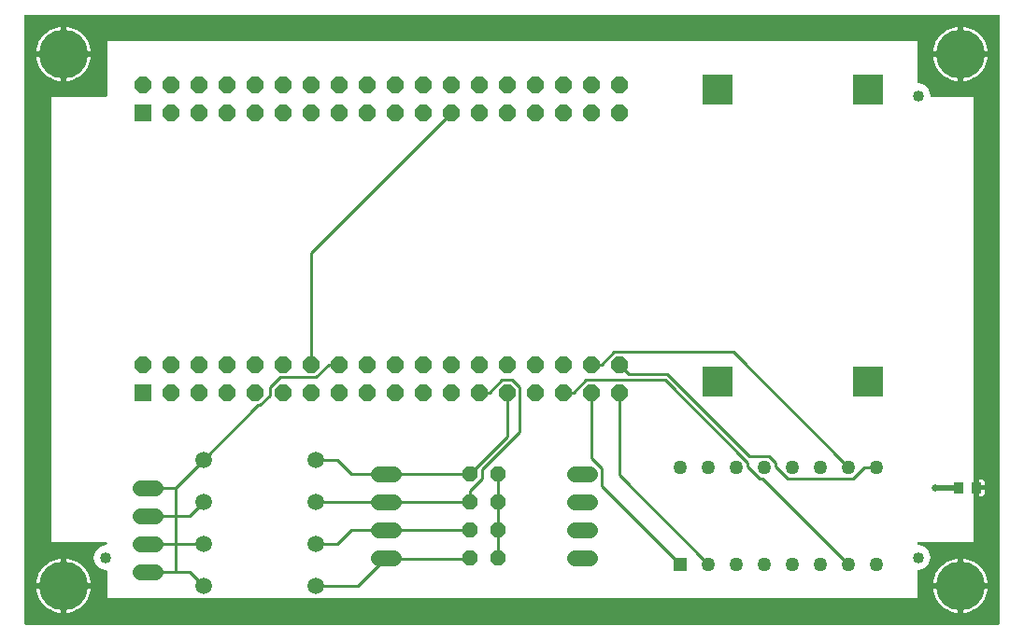
<source format=gbr>
G04 EAGLE Gerber RS-274X export*
G75*
%MOIN*%
%FSLAX34Y34*%
%LPD*%
%INTop Copper*%
%IPPOS*%
%AMOC8*
5,1,8,0,0,1.08239X$1,22.5*%
G01*
%ADD10R,0.110236X0.110236*%
%ADD11R,0.060000X0.060000*%
%ADD12P,0.064943X8X22.500000*%
%ADD13R,0.049606X0.049606*%
%ADD14C,0.049606*%
%ADD15C,0.056000*%
%ADD16P,0.060614X8X112.500000*%
%ADD17C,0.059055*%
%ADD18C,0.175000*%
%ADD19C,0.040000*%
%ADD20R,0.037400X0.040600*%
%ADD21C,0.010000*%
%ADD22C,0.020000*%
%ADD23C,0.025780*%

G36*
X34899Y21855D02*
X34899Y21855D01*
X34898Y21860D01*
X34898Y21861D01*
X34898Y21862D01*
X34896Y21867D01*
X34894Y21872D01*
X34894Y21873D01*
X34893Y21874D01*
X34890Y21878D01*
X34887Y21882D01*
X34886Y21883D01*
X34886Y21884D01*
X34882Y21887D01*
X34878Y21890D01*
X34877Y21891D01*
X34876Y21892D01*
X34872Y21894D01*
X34867Y21896D01*
X34866Y21896D01*
X34865Y21897D01*
X34853Y21899D01*
X34851Y21899D01*
X34850Y21899D01*
X150Y21899D01*
X145Y21899D01*
X140Y21898D01*
X139Y21898D01*
X138Y21898D01*
X133Y21896D01*
X128Y21894D01*
X127Y21894D01*
X126Y21893D01*
X122Y21890D01*
X118Y21887D01*
X117Y21886D01*
X116Y21886D01*
X113Y21882D01*
X110Y21878D01*
X109Y21877D01*
X108Y21876D01*
X106Y21872D01*
X104Y21867D01*
X104Y21866D01*
X103Y21865D01*
X101Y21853D01*
X101Y21851D01*
X101Y21850D01*
X101Y150D01*
X101Y145D01*
X102Y140D01*
X102Y139D01*
X102Y138D01*
X104Y133D01*
X106Y128D01*
X106Y127D01*
X107Y126D01*
X110Y122D01*
X113Y118D01*
X114Y117D01*
X114Y116D01*
X118Y113D01*
X122Y110D01*
X123Y109D01*
X124Y108D01*
X128Y106D01*
X133Y104D01*
X134Y104D01*
X135Y103D01*
X147Y101D01*
X149Y101D01*
X150Y101D01*
X34850Y101D01*
X34855Y101D01*
X34860Y102D01*
X34861Y102D01*
X34862Y102D01*
X34867Y104D01*
X34872Y106D01*
X34873Y106D01*
X34874Y107D01*
X34878Y110D01*
X34882Y113D01*
X34883Y114D01*
X34884Y114D01*
X34887Y118D01*
X34890Y122D01*
X34891Y123D01*
X34892Y124D01*
X34894Y128D01*
X34896Y133D01*
X34896Y134D01*
X34897Y135D01*
X34899Y147D01*
X34899Y149D01*
X34899Y150D01*
X34899Y21850D01*
X34899Y21855D01*
G37*
%LPC*%
G36*
X3000Y18951D02*
X3000Y18951D01*
X3005Y18951D01*
X3010Y18952D01*
X3011Y18952D01*
X3012Y18952D01*
X3017Y18954D01*
X3022Y18956D01*
X3023Y18956D01*
X3024Y18957D01*
X3028Y18960D01*
X3032Y18963D01*
X3033Y18964D01*
X3034Y18964D01*
X3037Y18968D01*
X3040Y18972D01*
X3041Y18973D01*
X3042Y18974D01*
X3044Y18978D01*
X3046Y18983D01*
X3046Y18984D01*
X3047Y18985D01*
X3049Y18997D01*
X3049Y18999D01*
X3049Y19000D01*
X3049Y20951D01*
X31951Y20951D01*
X31951Y19487D01*
X31951Y19483D01*
X31952Y19478D01*
X31952Y19476D01*
X31952Y19475D01*
X31954Y19471D01*
X31956Y19466D01*
X31956Y19465D01*
X31957Y19463D01*
X31960Y19460D01*
X31962Y19456D01*
X31963Y19455D01*
X31964Y19453D01*
X31968Y19450D01*
X31971Y19447D01*
X31972Y19447D01*
X31974Y19446D01*
X31985Y19440D01*
X31986Y19440D01*
X31987Y19440D01*
X32218Y19378D01*
X32378Y19218D01*
X32440Y18987D01*
X32442Y18983D01*
X32443Y18978D01*
X32444Y18977D01*
X32444Y18976D01*
X32447Y18972D01*
X32450Y18968D01*
X32451Y18967D01*
X32452Y18966D01*
X32456Y18963D01*
X32459Y18960D01*
X32460Y18959D01*
X32462Y18958D01*
X32466Y18956D01*
X32470Y18954D01*
X32471Y18954D01*
X32473Y18953D01*
X32485Y18951D01*
X32486Y18951D01*
X32487Y18951D01*
X33951Y18951D01*
X33951Y5353D01*
X33951Y5348D01*
X33952Y5343D01*
X33952Y5342D01*
X33952Y5341D01*
X33954Y5336D01*
X33956Y5331D01*
X33956Y5330D01*
X33957Y5329D01*
X33960Y5325D01*
X33963Y5321D01*
X33964Y5320D01*
X33964Y5319D01*
X33968Y5316D01*
X33972Y5313D01*
X33972Y5312D01*
X33972Y5044D01*
X33973Y5039D01*
X33973Y5034D01*
X33974Y5032D01*
X33974Y5031D01*
X33976Y5027D01*
X33977Y5022D01*
X33978Y5021D01*
X33978Y5020D01*
X33981Y5016D01*
X33984Y5012D01*
X33985Y5011D01*
X33986Y5010D01*
X33990Y5006D01*
X33993Y5003D01*
X33994Y5003D01*
X33995Y5002D01*
X33999Y5000D01*
X33998Y5000D01*
X33994Y4997D01*
X33990Y4994D01*
X33989Y4993D01*
X33988Y4992D01*
X33984Y4988D01*
X33981Y4985D01*
X33981Y4984D01*
X33980Y4983D01*
X33978Y4978D01*
X33975Y4974D01*
X33975Y4973D01*
X33975Y4971D01*
X33972Y4959D01*
X33972Y4958D01*
X33972Y4956D01*
X33972Y4687D01*
X33968Y4684D01*
X33967Y4683D01*
X33966Y4683D01*
X33963Y4679D01*
X33960Y4675D01*
X33959Y4674D01*
X33958Y4673D01*
X33956Y4669D01*
X33954Y4664D01*
X33954Y4663D01*
X33953Y4662D01*
X33951Y4650D01*
X33951Y4648D01*
X33951Y4647D01*
X33951Y3049D01*
X32000Y3049D01*
X31995Y3049D01*
X31990Y3048D01*
X31989Y3048D01*
X31988Y3048D01*
X31983Y3046D01*
X31978Y3044D01*
X31977Y3044D01*
X31976Y3043D01*
X31972Y3040D01*
X31968Y3037D01*
X31967Y3036D01*
X31966Y3036D01*
X31963Y3032D01*
X31960Y3028D01*
X31959Y3027D01*
X31958Y3026D01*
X31956Y3022D01*
X31954Y3017D01*
X31954Y3016D01*
X31953Y3015D01*
X31951Y3003D01*
X31951Y3001D01*
X31951Y3000D01*
X31951Y2987D01*
X31951Y2983D01*
X31952Y2978D01*
X31952Y2976D01*
X31952Y2975D01*
X31954Y2971D01*
X31956Y2966D01*
X31956Y2965D01*
X31957Y2963D01*
X31960Y2960D01*
X31962Y2956D01*
X31963Y2955D01*
X31964Y2953D01*
X31968Y2950D01*
X31971Y2947D01*
X31972Y2947D01*
X31974Y2946D01*
X31985Y2940D01*
X31986Y2940D01*
X31987Y2940D01*
X32218Y2878D01*
X32378Y2718D01*
X32436Y2500D01*
X32378Y2282D01*
X32218Y2122D01*
X31987Y2060D01*
X31983Y2058D01*
X31978Y2057D01*
X31977Y2056D01*
X31976Y2056D01*
X31972Y2053D01*
X31968Y2050D01*
X31967Y2049D01*
X31966Y2048D01*
X31963Y2044D01*
X31960Y2041D01*
X31959Y2040D01*
X31958Y2038D01*
X31956Y2034D01*
X31954Y2030D01*
X31954Y2029D01*
X31953Y2027D01*
X31951Y2015D01*
X31951Y2014D01*
X31951Y2013D01*
X31951Y1049D01*
X3049Y1049D01*
X3049Y2013D01*
X3049Y2017D01*
X3048Y2022D01*
X3048Y2023D01*
X3048Y2024D01*
X3048Y2025D01*
X3046Y2029D01*
X3044Y2034D01*
X3044Y2035D01*
X3043Y2037D01*
X3040Y2040D01*
X3038Y2044D01*
X3037Y2045D01*
X3036Y2046D01*
X3036Y2047D01*
X3032Y2050D01*
X3029Y2053D01*
X3028Y2053D01*
X3027Y2054D01*
X3026Y2054D01*
X3022Y2057D01*
X3017Y2059D01*
X3016Y2059D01*
X3015Y2060D01*
X3014Y2060D01*
X3013Y2060D01*
X2782Y2122D01*
X2622Y2282D01*
X2564Y2500D01*
X2622Y2718D01*
X2782Y2878D01*
X3013Y2940D01*
X3017Y2942D01*
X3022Y2943D01*
X3023Y2944D01*
X3024Y2944D01*
X3028Y2947D01*
X3032Y2950D01*
X3033Y2951D01*
X3034Y2952D01*
X3037Y2956D01*
X3040Y2959D01*
X3041Y2960D01*
X3042Y2961D01*
X3042Y2962D01*
X3044Y2966D01*
X3046Y2970D01*
X3046Y2971D01*
X3047Y2972D01*
X3047Y2973D01*
X3048Y2979D01*
X3049Y2985D01*
X3049Y2986D01*
X3049Y2987D01*
X3049Y3000D01*
X3049Y3005D01*
X3048Y3010D01*
X3048Y3011D01*
X3048Y3012D01*
X3046Y3017D01*
X3044Y3022D01*
X3044Y3023D01*
X3043Y3024D01*
X3040Y3028D01*
X3037Y3032D01*
X3036Y3033D01*
X3036Y3034D01*
X3032Y3037D01*
X3028Y3040D01*
X3027Y3041D01*
X3026Y3042D01*
X3022Y3044D01*
X3017Y3046D01*
X3016Y3046D01*
X3015Y3047D01*
X3003Y3049D01*
X3001Y3049D01*
X3000Y3049D01*
X1049Y3049D01*
X1049Y18951D01*
X3000Y18951D01*
G37*
%LPD*%
%LPC*%
G36*
X529Y20599D02*
X529Y20599D01*
X537Y20664D01*
X561Y20771D01*
X597Y20874D01*
X645Y20973D01*
X703Y21066D01*
X771Y21151D01*
X849Y21229D01*
X934Y21297D01*
X1027Y21355D01*
X1126Y21403D01*
X1229Y21439D01*
X1336Y21463D01*
X1401Y21471D01*
X1401Y20599D01*
X529Y20599D01*
G37*
%LPD*%
%LPC*%
G36*
X1599Y20599D02*
X1599Y20599D01*
X1599Y21471D01*
X1664Y21463D01*
X1771Y21439D01*
X1874Y21403D01*
X1973Y21355D01*
X2066Y21297D01*
X2151Y21229D01*
X2229Y21151D01*
X2297Y21066D01*
X2355Y20973D01*
X2403Y20874D01*
X2439Y20771D01*
X2463Y20664D01*
X2471Y20599D01*
X1599Y20599D01*
G37*
%LPD*%
%LPC*%
G36*
X32529Y20599D02*
X32529Y20599D01*
X32537Y20664D01*
X32561Y20771D01*
X32597Y20874D01*
X32645Y20973D01*
X32703Y21066D01*
X32771Y21151D01*
X32849Y21229D01*
X32934Y21297D01*
X33027Y21355D01*
X33126Y21403D01*
X33229Y21439D01*
X33336Y21463D01*
X33401Y21471D01*
X33401Y20599D01*
X32529Y20599D01*
G37*
%LPD*%
%LPC*%
G36*
X33599Y20599D02*
X33599Y20599D01*
X33599Y21471D01*
X33664Y21463D01*
X33771Y21439D01*
X33874Y21403D01*
X33973Y21355D01*
X34066Y21297D01*
X34151Y21229D01*
X34229Y21151D01*
X34297Y21066D01*
X34355Y20973D01*
X34403Y20874D01*
X34439Y20771D01*
X34463Y20664D01*
X34471Y20599D01*
X33599Y20599D01*
G37*
%LPD*%
%LPC*%
G36*
X1599Y20401D02*
X1599Y20401D01*
X2471Y20401D01*
X2463Y20336D01*
X2439Y20229D01*
X2403Y20126D01*
X2355Y20027D01*
X2297Y19934D01*
X2229Y19849D01*
X2151Y19771D01*
X2066Y19703D01*
X1973Y19645D01*
X1874Y19597D01*
X1771Y19561D01*
X1664Y19537D01*
X1599Y19529D01*
X1599Y20401D01*
G37*
%LPD*%
%LPC*%
G36*
X1336Y19537D02*
X1336Y19537D01*
X1229Y19561D01*
X1126Y19597D01*
X1027Y19645D01*
X934Y19703D01*
X849Y19771D01*
X771Y19849D01*
X703Y19934D01*
X645Y20027D01*
X597Y20126D01*
X561Y20229D01*
X537Y20336D01*
X529Y20401D01*
X1401Y20401D01*
X1401Y19529D01*
X1336Y19537D01*
G37*
%LPD*%
%LPC*%
G36*
X33599Y20401D02*
X33599Y20401D01*
X34471Y20401D01*
X34463Y20336D01*
X34439Y20229D01*
X34403Y20126D01*
X34355Y20027D01*
X34297Y19934D01*
X34229Y19849D01*
X34151Y19771D01*
X34066Y19703D01*
X33973Y19645D01*
X33874Y19597D01*
X33771Y19561D01*
X33664Y19537D01*
X33599Y19529D01*
X33599Y20401D01*
G37*
%LPD*%
%LPC*%
G36*
X33336Y19537D02*
X33336Y19537D01*
X33229Y19561D01*
X33126Y19597D01*
X33027Y19645D01*
X32934Y19703D01*
X32849Y19771D01*
X32771Y19849D01*
X32703Y19934D01*
X32645Y20027D01*
X32597Y20126D01*
X32561Y20229D01*
X32537Y20336D01*
X32529Y20401D01*
X33401Y20401D01*
X33401Y19529D01*
X33336Y19537D01*
G37*
%LPD*%
%LPC*%
G36*
X1599Y1599D02*
X1599Y1599D01*
X1599Y2471D01*
X1664Y2463D01*
X1771Y2439D01*
X1874Y2403D01*
X1973Y2355D01*
X2066Y2297D01*
X2151Y2229D01*
X2229Y2151D01*
X2297Y2066D01*
X2355Y1973D01*
X2403Y1874D01*
X2439Y1771D01*
X2463Y1664D01*
X2471Y1599D01*
X1599Y1599D01*
G37*
%LPD*%
%LPC*%
G36*
X33599Y1599D02*
X33599Y1599D01*
X33599Y2471D01*
X33664Y2463D01*
X33771Y2439D01*
X33874Y2403D01*
X33973Y2355D01*
X34066Y2297D01*
X34151Y2229D01*
X34229Y2151D01*
X34297Y2066D01*
X34355Y1973D01*
X34403Y1874D01*
X34439Y1771D01*
X34463Y1664D01*
X34471Y1599D01*
X33599Y1599D01*
G37*
%LPD*%
%LPC*%
G36*
X529Y1599D02*
X529Y1599D01*
X537Y1664D01*
X561Y1771D01*
X597Y1874D01*
X645Y1973D01*
X703Y2066D01*
X771Y2151D01*
X849Y2229D01*
X934Y2297D01*
X1027Y2355D01*
X1126Y2403D01*
X1229Y2439D01*
X1336Y2463D01*
X1401Y2471D01*
X1401Y1599D01*
X529Y1599D01*
G37*
%LPD*%
%LPC*%
G36*
X32529Y1599D02*
X32529Y1599D01*
X32537Y1664D01*
X32561Y1771D01*
X32597Y1874D01*
X32645Y1973D01*
X32703Y2066D01*
X32771Y2151D01*
X32849Y2229D01*
X32934Y2297D01*
X33027Y2355D01*
X33126Y2403D01*
X33229Y2439D01*
X33336Y2463D01*
X33401Y2471D01*
X33401Y1599D01*
X32529Y1599D01*
G37*
%LPD*%
%LPC*%
G36*
X33599Y1401D02*
X33599Y1401D01*
X34471Y1401D01*
X34463Y1336D01*
X34439Y1229D01*
X34403Y1126D01*
X34355Y1027D01*
X34297Y934D01*
X34229Y849D01*
X34151Y771D01*
X34066Y703D01*
X33973Y645D01*
X33874Y597D01*
X33771Y561D01*
X33664Y537D01*
X33599Y529D01*
X33599Y1401D01*
G37*
%LPD*%
%LPC*%
G36*
X33336Y537D02*
X33336Y537D01*
X33229Y561D01*
X33126Y597D01*
X33027Y645D01*
X32934Y703D01*
X32849Y771D01*
X32771Y849D01*
X32703Y934D01*
X32645Y1027D01*
X32597Y1126D01*
X32561Y1229D01*
X32537Y1336D01*
X32529Y1401D01*
X33401Y1401D01*
X33401Y529D01*
X33336Y537D01*
G37*
%LPD*%
%LPC*%
G36*
X1599Y1401D02*
X1599Y1401D01*
X2471Y1401D01*
X2463Y1336D01*
X2439Y1229D01*
X2403Y1126D01*
X2355Y1027D01*
X2297Y934D01*
X2229Y849D01*
X2151Y771D01*
X2066Y703D01*
X1973Y645D01*
X1874Y597D01*
X1771Y561D01*
X1664Y537D01*
X1599Y529D01*
X1599Y1401D01*
G37*
%LPD*%
%LPC*%
G36*
X1336Y537D02*
X1336Y537D01*
X1229Y561D01*
X1126Y597D01*
X1027Y645D01*
X934Y703D01*
X849Y771D01*
X771Y849D01*
X703Y934D01*
X645Y1027D01*
X597Y1126D01*
X561Y1229D01*
X537Y1336D01*
X529Y1401D01*
X1401Y1401D01*
X1401Y529D01*
X1336Y537D01*
G37*
%LPD*%
%LPC*%
G36*
X34158Y5093D02*
X34158Y5093D01*
X34158Y5304D01*
X34265Y5304D01*
X34291Y5297D01*
X34314Y5284D01*
X34333Y5265D01*
X34346Y5242D01*
X34353Y5216D01*
X34353Y5093D01*
X34158Y5093D01*
G37*
%LPD*%
%LPC*%
G36*
X34158Y4696D02*
X34158Y4696D01*
X34158Y4907D01*
X34353Y4907D01*
X34353Y4784D01*
X34346Y4758D01*
X34333Y4735D01*
X34314Y4716D01*
X34291Y4703D01*
X34265Y4696D01*
X34158Y4696D01*
G37*
%LPD*%
%LPC*%
G36*
X33499Y20499D02*
X33499Y20499D01*
X33499Y20501D01*
X33501Y20501D01*
X33501Y20499D01*
X33499Y20499D01*
G37*
%LPD*%
%LPC*%
G36*
X1499Y20499D02*
X1499Y20499D01*
X1499Y20501D01*
X1501Y20501D01*
X1501Y20499D01*
X1499Y20499D01*
G37*
%LPD*%
%LPC*%
G36*
X33499Y1499D02*
X33499Y1499D01*
X33499Y1501D01*
X33501Y1501D01*
X33501Y1499D01*
X33499Y1499D01*
G37*
%LPD*%
%LPC*%
G36*
X1499Y1499D02*
X1499Y1499D01*
X1499Y1501D01*
X1501Y1501D01*
X1501Y1499D01*
X1499Y1499D01*
G37*
%LPD*%
D10*
X24819Y19213D03*
X30181Y19213D03*
X30181Y8787D03*
X24819Y8787D03*
D11*
X4327Y8390D03*
D12*
X4327Y9390D03*
X5327Y8390D03*
X5327Y9390D03*
X6327Y8390D03*
X6327Y9390D03*
X7327Y8390D03*
X7327Y9390D03*
X8327Y8390D03*
X8327Y9390D03*
X9327Y8390D03*
X9327Y9390D03*
X10327Y8390D03*
X10327Y9390D03*
X11327Y8390D03*
X11327Y9390D03*
X12327Y8390D03*
X12327Y9390D03*
X13327Y8390D03*
X13327Y9390D03*
X14327Y8390D03*
X14327Y9390D03*
X15327Y8390D03*
X15327Y9390D03*
X16327Y8390D03*
X16327Y9390D03*
X17327Y8390D03*
X17327Y9390D03*
X18327Y8390D03*
X18327Y9390D03*
X19327Y8390D03*
X19327Y9390D03*
X20327Y8390D03*
X20327Y9390D03*
X21327Y8390D03*
X21327Y9390D03*
D11*
X4327Y18390D03*
D12*
X4327Y19390D03*
X5327Y18390D03*
X5327Y19390D03*
X6327Y18390D03*
X6327Y19390D03*
X7327Y18390D03*
X7327Y19390D03*
X8327Y18390D03*
X8327Y19390D03*
X9327Y18390D03*
X9327Y19390D03*
X10327Y18390D03*
X10327Y19390D03*
X11327Y18390D03*
X11327Y19390D03*
X12327Y18390D03*
X12327Y19390D03*
X13327Y18390D03*
X13327Y19390D03*
X14327Y18390D03*
X14327Y19390D03*
X15327Y18390D03*
X15327Y19390D03*
X16327Y18390D03*
X16327Y19390D03*
X17327Y18390D03*
X17327Y19390D03*
X18327Y18390D03*
X18327Y19390D03*
X19327Y18390D03*
X19327Y19390D03*
X20327Y18390D03*
X20327Y19390D03*
X21327Y18390D03*
X21327Y19390D03*
D13*
X23500Y2268D03*
D14*
X24500Y2268D03*
X25500Y2268D03*
X26500Y2268D03*
X27500Y2268D03*
X28500Y2268D03*
X29500Y2268D03*
X30500Y2268D03*
X30500Y5732D03*
X29500Y5732D03*
X28500Y5732D03*
X27500Y5732D03*
X26500Y5732D03*
X25500Y5732D03*
X24500Y5732D03*
X23500Y5732D03*
D15*
X20280Y2500D02*
X19720Y2500D01*
X19720Y3500D02*
X20280Y3500D01*
X20280Y4500D02*
X19720Y4500D01*
X19720Y5500D02*
X20280Y5500D01*
D16*
X17000Y2500D03*
X16000Y2500D03*
X17000Y3500D03*
X16000Y3500D03*
X17000Y4500D03*
X16000Y4500D03*
X17000Y5500D03*
X16000Y5500D03*
D15*
X13280Y2500D02*
X12720Y2500D01*
X12720Y3500D02*
X13280Y3500D01*
X13280Y4500D02*
X12720Y4500D01*
X12720Y5500D02*
X13280Y5500D01*
X4780Y2000D02*
X4220Y2000D01*
X4220Y3000D02*
X4780Y3000D01*
X4780Y4000D02*
X4220Y4000D01*
X4220Y5000D02*
X4780Y5000D01*
D17*
X10500Y6000D03*
X6500Y6000D03*
X10500Y1500D03*
X6500Y1500D03*
X10500Y3000D03*
X6500Y3000D03*
X10500Y4500D03*
X6500Y4500D03*
D18*
X1500Y1500D03*
X1500Y20500D03*
X33500Y20500D03*
X33500Y1500D03*
D19*
X3000Y2500D03*
X32000Y2500D03*
X32000Y19000D03*
D20*
X33435Y5000D03*
X34065Y5000D03*
D21*
X10327Y9390D02*
X10327Y13390D01*
X15327Y18390D01*
X5500Y5000D02*
X4500Y5000D01*
X5500Y5000D02*
X6500Y6000D01*
X6500Y4500D02*
X6000Y4000D01*
X5500Y4000D02*
X4500Y4000D01*
X5500Y4000D02*
X6000Y4000D01*
X5500Y3000D02*
X4500Y3000D01*
X5500Y3000D02*
X6500Y3000D01*
X5500Y2000D02*
X4500Y2000D01*
X5500Y2000D02*
X6000Y2000D01*
X6500Y1500D01*
D22*
X32600Y5000D02*
X33435Y5000D01*
D23*
X32600Y5000D03*
D21*
X8440Y7940D02*
X6500Y6000D01*
X8440Y7940D02*
X8513Y7940D01*
X10963Y9390D02*
X11327Y9390D01*
X10963Y9390D02*
X10513Y8940D01*
X8877Y8303D02*
X8513Y7940D01*
X8877Y8303D02*
X8877Y8576D01*
X9240Y8940D01*
X10513Y8940D01*
X5500Y5000D02*
X5500Y4000D01*
X5500Y3000D01*
X5500Y2000D01*
X17000Y2500D02*
X17000Y3500D01*
X17000Y4500D01*
X17000Y5500D01*
X11250Y3000D02*
X10500Y3000D01*
X11250Y3000D02*
X11750Y3500D01*
X13000Y3500D01*
X16000Y3500D01*
X11250Y6000D02*
X10500Y6000D01*
X11250Y6000D02*
X11750Y5500D01*
X13000Y5500D01*
X16000Y5500D01*
X17327Y6827D01*
X17327Y8390D01*
X26665Y6130D02*
X26898Y5897D01*
X21677Y9040D02*
X21327Y9390D01*
X21677Y9040D02*
X23038Y9040D01*
X30063Y5732D02*
X30500Y5732D01*
X26898Y5771D02*
X26898Y5897D01*
X29665Y5334D02*
X30063Y5732D01*
X27335Y5334D02*
X26898Y5771D01*
X27335Y5334D02*
X29665Y5334D01*
X25948Y6130D02*
X23038Y9040D01*
X25948Y6130D02*
X26665Y6130D01*
X13000Y2500D02*
X12950Y2450D01*
X12000Y1500D01*
X10500Y1500D01*
X15950Y2450D02*
X16000Y2500D01*
X15950Y2450D02*
X12950Y2450D01*
X13000Y4500D02*
X10500Y4500D01*
X13000Y4500D02*
X16000Y4500D01*
X16430Y5322D02*
X16430Y5647D01*
X17777Y8576D02*
X17513Y8840D01*
X17140Y8840D01*
X16000Y4892D02*
X16000Y4500D01*
X16000Y4892D02*
X16430Y5322D01*
X16430Y5647D02*
X17777Y6994D01*
X17777Y8576D01*
X17140Y8840D02*
X16690Y8390D01*
X16327Y8390D01*
X20710Y5058D02*
X23500Y2268D01*
X20327Y6061D02*
X20327Y8390D01*
X20710Y5678D02*
X20710Y5058D01*
X20710Y5678D02*
X20327Y6061D01*
X21327Y5441D02*
X24500Y2268D01*
X21327Y5441D02*
X21327Y8390D01*
X26433Y5334D02*
X29500Y2268D01*
X26433Y5334D02*
X26335Y5334D01*
X19690Y8390D02*
X19327Y8390D01*
X19690Y8390D02*
X20140Y8840D01*
X25898Y5771D02*
X26335Y5334D01*
X25898Y5771D02*
X25898Y5897D01*
X22955Y8840D01*
X20140Y8840D01*
X20327Y9390D02*
X20690Y9390D01*
X21140Y9840D01*
X25393Y9840D02*
X29500Y5732D01*
X25393Y9840D02*
X21140Y9840D01*
M02*

</source>
